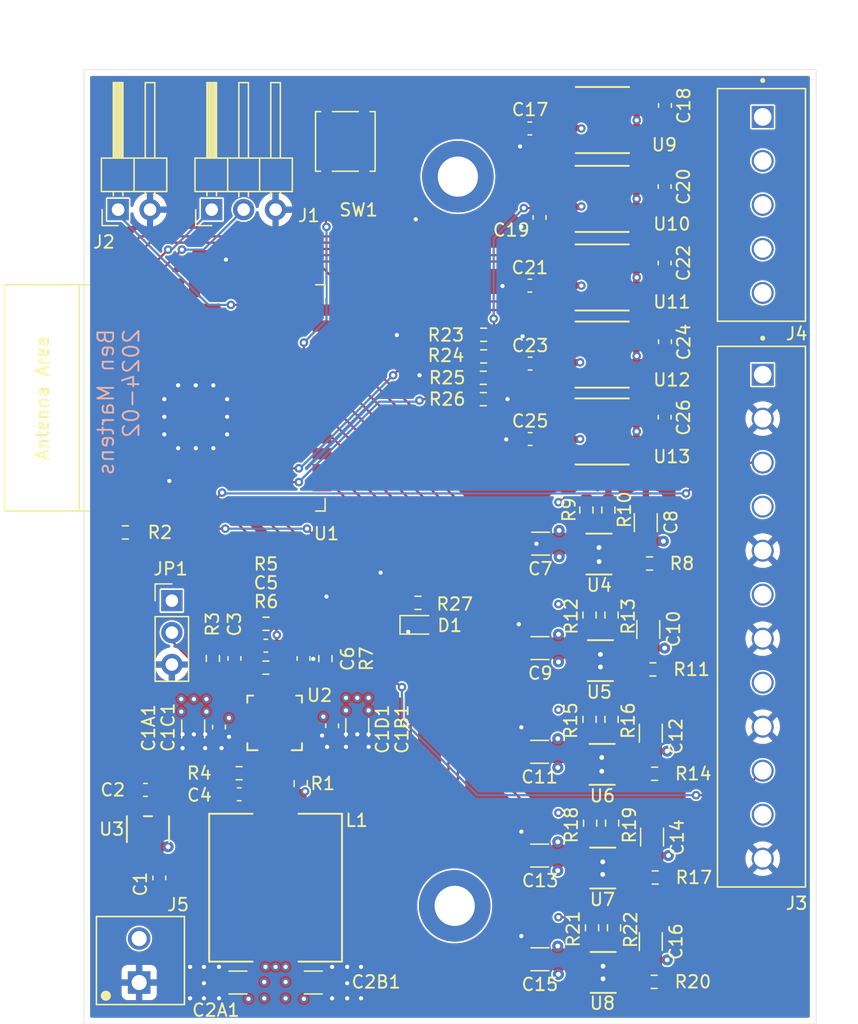
<source format=kicad_pcb>
(kicad_pcb (version 20221018) (generator pcbnew)
  (title_block (title "Control Module") (date "2024-02-06") (company "J2B") (comment 1 "Author: Ben Martens"))
  (layers (0 "F.Cu" signal "Front") (1 "In1.Cu" power) (2 "In2.Cu" power) (31 "B.Cu" signal "Back") (34 "B.Paste" user) (35 "F.Paste" user) (36 "B.SilkS" user "B.Silkscreen") (37 "F.SilkS" user "F.Silkscreen") (38 "B.Mask" user) (39 "F.Mask" user) (44 "Edge.Cuts" user))
  (net 0 "")
  (net 1 "/5V")
  (net 2 "GND")
  (net 3 "+BATT")
  (net 4 "/3V3")
  (net 5 "Net-(U2-SS)")
  (net 6 "Net-(C4-Pad1)")
  (net 7 "Net-(C4-Pad2)")
  (net 8 "Net-(U2-FB)")
  (net 9 "/Power Supply/VCC")
  (net 10 "/HEAD_UNIT_PWR")
  (net 11 "/L_BLIND_SPOT_PWR")
  (net 12 "/R_BLIND_SPOT_PWR")
  (net 13 "/DASH_CAM_PWR")
  (net 14 "/BACKUP_CAM_PWR")
  (net 15 "/IGNITION1")
  (net 16 "/ACCESSORY1")
  (net 17 "/IGNITION2")
  (net 18 "/ACCESSORY2")
  (net 19 "/STARTER")
  (net 20 "/TX")
  (net 21 "/RX")
  (net 22 "/BOOT")
  (net 23 "/HEAD_UNIT_SHUTDOWN")
  (net 24 "/DASH_CAM_SHUTDOWN")
  (net 25 "Net-(JP1-C)")
  (net 26 "Net-(U2-EN)")
  (net 27 "/HEAD_UNIT_ERR")
  (net 28 "Net-(U2-FREQ)")
  (net 29 "Net-(U2-BST)")
  (net 30 "/Power Supply/PG")
  (net 31 "Net-(U4-ILIMIT)")
  (net 32 "Net-(U5-ILIMIT)")
  (net 33 "/L_BLIND_SPOT_ERR")
  (net 34 "Net-(U6-ILIMIT)")
  (net 35 "/R_BLIND_SPOT_ERR")
  (net 36 "Net-(U7-ILIMIT)")
  (net 37 "/DASH_CAM_ERR")
  (net 38 "/EN")
  (net 39 "Net-(U8-ILIMIT)")
  (net 40 "/BACK_UP_CAM_ERR")
  (net 41 "/ACCESSORY1_EN")
  (net 42 "/IGNITION2_EN")
  (net 43 "/ACCESSORY2_EN")
  (net 44 "/HEAD_UNIT_EN")
  (net 47 "/IGNITION1_EN")
  (net 48 "/ACCESSORY1_ERR")
  (net 49 "/L_BLIND_SPOT_EN")
  (net 50 "/R_BLIND_SPOT_EN")
  (net 51 "/DASH_CAM_EN")
  (net 52 "/BACKUP_CAM_EN")
  (net 53 "/IGNITION2_ERR")
  (net 54 "/ACCESSORY2_ERR")
  (net 55 "/IGNITION1_ERR")
  (net 56 "/STARTER_ERR")
  (net 63 "/STARTER_EN")
  (net 65 "Net-(D1-A)")
  (net 67 "Net-(U1-GPIO6{slash}TOUCH6{slash}ADC1_CH5)")
  (net 68 "Net-(U1-GPIO7{slash}TOUCH7{slash}ADC1_CH6)")
  (net 69 "Net-(U1-GPIO5{slash}TOUCH5{slash}ADC1_CH4)")
  (footprint "Capacitor_SMD:C_0603_1608Metric" (layer "F.Cu") (at 154.360662 113.629416 180)
    (fp_text reference "C4")
    (fp_text value "0.22u")
  )
  (footprint "Resistor_SMD:R_0603_1608Metric" (layer "F.Cu") (at 152.263009 102.821135 90)
    (fp_text reference "R3")
    (fp_text value "62K")
  )
  (footprint "Resistor_SMD:R_0603_1608Metric" (layer "F.Cu") (at 156.482159 103.55386)
    (fp_text reference "R6")
    (fp_text value "19.1K")
  )
  (footprint "Resistor_SMD:R_0603_1608Metric" (layer "F.Cu") (at 173.8 78.8)
    (fp_text reference "R24")
    (fp_text value "33k")
  )
  (footprint "ITS4200SSJDXUMA1:PG-DSO-8-24_INF" (layer "F.Cu") (at 183.22415 84.77)
    (fp_text reference "U13")
    (fp_text value "ITS4200SSJDXUMA1" hide)
  )
  (footprint "Resistor_SMD:R_0603_1608Metric" (layer "F.Cu") (at 182.22415 107.670001 -90)
    (fp_text reference "R15")
    (fp_text value "10k")
  )
  (footprint "Capacitor_SMD:C_1206_3216Metric" (layer "F.Cu") (at 178.334999 93.69 180)
    (fp_text reference "C7")
    (fp_text value "47u")
  )
  (footprint "ITS4200SSJDXUMA1:PG-DSO-8-24_INF" (layer "F.Cu") (at 183.22415 72.52)
    (fp_text reference "U11")
    (fp_text value "ITS4200SSJDXUMA1" hide)
  )
  (footprint "Capacitor_SMD:C_0603_1608Metric" (layer "F.Cu") (at 177.47415 60.67)
    (fp_text reference "C17")
    (fp_text value "1n")
  )
  (footprint "LED_SMD:LED_0603_1608Metric" (layer "F.Cu") (at 168.635 100.15)
    (fp_text reference "D1")
    (fp_text value "LED")
  )
  (footprint "Resistor_SMD:R_0603_1608Metric" (layer "F.Cu") (at 187.36865 128.545002)
    (fp_text reference "R20")
    (fp_text value "287")
  )
  (footprint "1776275-5:TE_1776275-5" (layer "F.Cu") (at 196 59.75 -90)
    (fp_text reference "J4")
    (fp_text value "Ignition Outputs")
  )
  (footprint "Capacitor_SMD:C_1206_3216Metric" (layer "F.Cu") (at 178.25 110.25 180)
    (fp_text reference "C11")
    (fp_text value "47u")
  )
  (footprint "RT9080_33GJ5:TSOT-23-5_RIT" (layer "F.Cu") (at 147.1 116.4 90)
    (fp_text reference "U3")
    (fp_text value "RT9080-33GJ5")
  )
  (footprint "Capacitor_SMD:C_0603_1608Metric" (layer "F.Cu") (at 188.1983 65.295 90)
    (fp_text reference "C20")
    (fp_text value "220n")
  )
  (footprint "PA4342_472NLT:IND_PA4342_PUL" (layer "F.Cu") (at 157.25 121.0553 90)
    (fp_text reference "L1")
    (fp_text value "4.7u")
  )
  (footprint "Resistor_SMD:R_0603_1608Metric" (layer "F.Cu") (at 159.25 112.774689 -90)
    (fp_text reference "R1")
    (fp_text value "100k")
  )
  (footprint "Resistor_SMD:R_0603_1608Metric" (layer "F.Cu") (at 182.22415 99.370001 -90)
    (fp_text reference "R12")
    (fp_text value "10k")
  )
  (footprint "Resistor_SMD:R_0603_1608Metric" (layer "F.Cu") (at 184.17415 124.245001 90)
    (fp_text reference "R22")
    (fp_text value "18k")
  )
  (footprint "Capacitor_SMD:C_0603_1608Metric" (layer "F.Cu") (at 178.25 67.75 90)
    (fp_text reference "C19")
    (fp_text value "1n")
  )
  (footprint "Resistor_SMD:R_0603_1608Metric" (layer "F.Cu") (at 154.352131 111.949563)
    (fp_text reference "R4")
    (fp_text value "0")
  )
  (footprint "Resistor_SMD:R_0603_1608Metric" (layer "F.Cu") (at 183.97415 107.670001 90)
    (fp_text reference "R16")
    (fp_text value "18k")
  )
  (footprint "Resistor_SMD:R_0603_1608Metric" (layer "F.Cu") (at 156.488994 100.065209 180)
    (fp_text reference "R5")
    (fp_text value "100K")
  )
  (footprint "Resistor_SMD:R_0603_1608Metric" (layer "F.Cu") (at 181.975 91.02 -90)
    (fp_text reference "R9")
    (fp_text value "10k")
  )
  (footprint "Capacitor_SMD:C_0603_1608Metric" (layer "F.Cu") (at 153.978133 102.824689 90)
    (fp_text reference "C3")
    (fp_text value "10n")
  )
  (footprint "Capacitor_SMD:C_1206_3216Metric" (layer "F.Cu") (at 160.253133 128.599689)
    (fp_text reference "C2B1")
    (fp_text value "47u")
  )
  (footprint "Resistor_SMD:R_0603_1608Metric" (layer "F.Cu") (at 187 95.27)
    (fp_text reference "R8")
    (fp_text value "145")
  )
  (footprint "Capacitor_SMD:C_0603_1608Metric" (layer "F.Cu") (at 146.9 113.27795)
    (fp_text reference "C2")
    (fp_text value "3.3u")
  )
  (footprint "Resistor_SMD:R_0603_1608Metric" (layer "F.Cu") (at 173.8 77.075 180)
    (fp_text reference "R23")
    (fp_text value "100k")
  )
  (footprint "Connector_PinHeader_2.54mm:PinHeader_1x02_P2.54mm_Horizontal" (layer "F.Cu") (at 144.725 67.125 90)
    (fp_text reference "J2")
    (fp_text value "Programming Jumper")
  )
  (footprint "Resistor_SMD:R_0603_1608Metric" (layer "F.Cu") (at 187.44915 120.245001)
    (fp_text reference "R17")
    (fp_text value "287")
  )
  (footprint "Capacitor_SMD:C_1206_3216Metric" (layer "F.Cu") (at 187.1 108.770001 90)
    (fp_text reference "C12")
    (fp_text value "100u")
  )
  (footprint "Resistor_SMD:R_0603_1608Metric" (layer "F.Cu") (at 145.3 92.8)
    (fp_text reference "R2")
    (fp_text value "10k")
  )
  (footprint "1776275-2:TE_1776275-2" (layer "F.Cu") (at 146.4 128.6 90)
    (fp_text reference "J5")
    (fp_text value "Power Input")
  )
  (footprint "MIC2039BYM6_TR:SOT-23-6_M6_MCH" (layer "F.Cu") (at 183.3089 127.795002)
    (fp_text reference "U8")
    (fp_text value "MIC2039BYM6-TR" hide)
  )
  (footprint "Capacitor_SMD:C_0603_1608Metric" (layer "F.Cu") (at 177.47415 73.17)
    (fp_text reference "C21")
    (fp_text value "1n")
  )
  (footprint "Capacitor_SMD:C_0603_1608Metric" (layer "F.Cu") (at 188.22415 58.84 90)
    (fp_text reference "C18")
    (fp_text value "220n")
  )
  (footprint "MPQ4436GRE-AEC1-Z:QFN-4x4_MPQ4436-AEC1_MNP" (layer "F.Cu") (at 157.177131 107.949563)
    (fp_text reference "U2")
    (fp_text value "MPQ4436GRE-AEC1-P" hide)
  )
  (footprint "Capacitor_SMD:C_1206_3216Metric" (layer "F.Cu") (at 163.75 108.3303 -90)
    (fp_text reference "C1B1")
    (fp_text value "10u")
  )
  (footprint "Capacitor_SMD:C_0603_1608Metric" (layer "F.Cu") (at 159.478133 102.824689 90)
    (fp_text reference "C6")
    (fp_text value "4.7u")
  )
  (footprint "Capacitor_SMD:C_0603_1608Metric" (layer "F.Cu") (at 188.1983 83.63 90)
    (fp_text reference "C26")
    (fp_text value "220n")
  )
  (footprint "MIC2039BYM6_TR:SOT-23-6_M6_MCH" (layer "F.Cu") (at 183.0894 102.995001)
    (fp_text reference "U5")
    (fp_text value "MIC2039BYM6-TR" hide)
  )
  (footprint "ITS4200SSJDXUMA1:PG-DSO-8-24_INF" (layer "F.Cu") (at 183.22415 78.655)
    (fp_text reference "U12")
    (fp_text value "ITS4200SSJDXUMA1" hide)
  )
  (footprint "Button_Switch_SMD:SW_SPST_TL3305B" (layer "F.Cu") (at 162.8 61.7 -90)
    (fp_text reference "SW1")
    (fp_text value "EN")
  )
  (footprint "MIC2039BYM6_TR:SOT-23-6_M6_MCH" (layer "F.Cu") (at 183.27415 119.495001)
    (fp_text reference "U7")
    (fp_text value "MIC2039BYM6-TR" hide)
  )
  (footprint "Capacitor_SMD:C_1206_3216Metric" (layer "F.Cu") (at 154.253133 128.599689 180)
    (fp_text reference "C2A1")
    (fp_text value "47u")
  )
  (footprint "Capacitor_SMD:C_0603_1608Metric" (layer "F.Cu") (at 161.75 108.180426 -90)
    (fp_text reference "C1D1")
    (fp_text value "0.1u")
  )
  (footprint "Capacitor_SMD:C_1206_3216Metric" (layer "F.Cu") (at 178.28 102 180)
    (fp_text reference "C9")
    (fp_text value "47u")
  )
  (footprint "Capacitor_SMD:C_0603_1608Metric" (layer "F.Cu") (at 177.49915 79.37)
    (fp_text reference "C23")
    (fp_text value "1n")
  )
  (footprint "Capacitor_SMD:C_0603_1608Metric" (layer "F.Cu") (at 188.22415 77.63 90)
    (fp_text reference "C24")
    (fp_text value "220n")
  )
  (footprint "Capacitor_SMD:C_1206_3216Metric" (layer "F.Cu") (at 187.2 117.025 90)
    (fp_text reference "C14")
    (fp_text value "100u")
  )
  (footprint "Capacitor_SMD:C_1206_3216Metric" (layer "F.Cu") (at 186.7 92.020001 90)
    (fp_text reference "C8")
    (fp_text value "100u")
  )
  (footprint "ITS4200SSJDXUMA1:PG-DSO-8-24_INF" (layer "F.Cu") (at 183.22415 66.27)
    (fp_text reference "U10")
    (fp_text value "ITS4200SSJDXUMA1" hide)
  )
  (footprint "Resistor_SMD:R_0603_1608Metric" (layer "F.Cu") (at 161.215733 102.837244 90)
    (fp_text reference "R7")
    (fp_text value "100K")
  )
  (footprint "Connector_PinHeader_2.54mm:PinHeader_1x03_P2.54mm_Horizontal" (layer "F.Cu") (at 152.17 67.125 90)
    (fp_text reference "J1")
    (fp_text value "Programming Header")
  )
  (footprint "MIC2039BYM6_TR:SOT-23-6_M6_MCH" (layer "F.Cu") (at 182.975 94.52)
    (fp_text reference "U4")
    (fp_text value "MIC2039BYM6-TR" hide)
  )
  (footprint "1-1776275-2:TE_1-1776275-2" (layer "F.Cu") (at 196 80.25 -90)
    (fp_text reference "J3")
    (fp_text value "Power Outputs")
  )
  (footprint "Resistor_SMD:R_0603_1608Metric" (layer "F.Cu") (at 173.775 82.2)
    (fp_text reference "R26")
    (fp_text value "33k")
  )
  (footprint "Resistor_SMD:R_0603_1608Metric" (layer "F.Cu") (at 173.775 80.5 180)
    (fp_text reference "R25")
    (fp_text value "100k")
  )
  (footprint "Capacitor_SMD:C_0603_1608Metric" (layer "F.Cu") (at 156.475 101.8053 180)
    (fp_text reference "C5")
    (fp_text value "47p")
  )
  (footprint "Resistor_SMD:R_0603_1608Metric" (layer "F.Cu") (at 182.42415 124.245001 -90)
    (fp_text reference "R21")
    (fp_text value "10k")
  )
  (footprint "Capacitor_SMD:C_0603_1608Metric" (layer "F.Cu") (at 148 120.275 -90)
    (fp_text reference "C1")
    (fp_text value "1u")
  )
  (footprint "Resistor_SMD:R_0603_1608Metric" (layer "F.Cu") (at 168.575 98.4)
    (fp_text reference "R27")
    (fp_text value "220")
  )
  (footprint "PCM_Espressif:ESP32-S3-WROOM-1" (layer "F.Cu") (at 151.44 82.1 90)
    (fp_text reference "U1")
    (fp_text value "ESP32-S3-WROOM-1")
  )
  (footprint "Capacitor_SMD:C_0603_1608Metric" (layer "F.Cu") (at 152.75 108.2803 -90)
    (fp_text reference "C1C1")
    (fp_text value "0.1u")
  )
  (footprint "Resistor_SMD:R_0603_1608Metric" (layer "F.Cu") (at 182.27415 115.920001 -90)
    (fp_text reference "R18")
    (fp_text value "10k")
  )
  (footprint "MountingHole:MountingHole_3.2mm_M3_ISO7380_Pad_TopBottom" (layer "F.Cu") (at 171.5 122.5)
    (fp_text reference "REF**" hide)
    (fp_text value "MountingHole_3.2mm_M3_ISO7380_Pad_TopBottom" hide)
  )
  (footprint "Resistor_SMD:R_0603_1608Metric" (layer "F.Cu") (at 183.725 91.02 90)
    (fp_text reference "R10")
    (fp_text value "18k")
  )
  (footprint "Capacitor_SMD:C_0603_1608Metric" (layer "F.Cu") (at 177.49915 85.37)
    (fp_text reference "C25")
    (fp_text value "1n")
  )
  (footprint "Capacitor_SMD:C_0603_1608Metric" (layer "F.Cu") (at 188.1983 71.37 90)
    (fp_text reference "C22")
    (fp_text value "220n")
  )
  (footprint "Resistor_SMD:R_0603_1608Metric" (layer "F.Cu") (at 184.02415 115.920001 90)
    (fp_text reference "R19")
    (fp_text value "18k")
  )
  (footprint "ITS4200SSJDXUMA1:PG-DSO-8-24_INF" (layer "F.Cu") (at 183.25 60)
    (fp_text reference "U9")
    (fp_text value "ITS4200SSJDXUMA1" hide)
  )
  (footprint "MountingHole:MountingHole_3.2mm_M3_ISO7380_Pad_TopBottom" (layer "F.Cu") (at 171.75 64.5)
    (fp_text reference "REF**" hide)
    (fp_text value "MountingHole_3.2mm_M3_ISO7380_Pad_TopBottom" hide)
  )
  (footprint "Capacitor_SMD:C_1206_3216Metric" (layer "F.Cu") (at 178.275 126.75 180)
    (fp_text reference "C15")
    (fp_text value "47u")
  )
  (footprint "Resistor_SMD:R_0603_1608Metric" (layer "F.Cu") (at 187.39915 111.995001)
    (fp_text reference "R14")
    (fp_text value "287")
  )
  (footprint "Capacitor_SMD:C_1206_3216Metric" (layer "F.Cu") (at 178.25 118.5 180)
    (fp_text reference "C13")
    (fp_text value "47u")
  )
  (footprint "MIC2039BYM6_TR:SOT-23-6_M6_MCH" (layer "F.Cu") (at 183.22415 111.245001)
    (fp_text reference "U6")
    (fp_text value "MIC2039BYM6-TR" hide)
  )
  (footprint "Capacitor_SMD:C_1206_3216Metric" (layer "F.Cu") (at 187.1 125.345001 90)
    (fp_text reference "C16")
    (fp_text value "100u")
  )
  (footprint "Resistor_SMD:R_0603_1608Metric" (layer "F.Cu") (at 183.97415 99.370001 90)
    (fp_text reference "R13")
    (fp_text value "18k")
  )
  (footprint "Capacitor_SMD:C_1206_3216Metric" (layer "F.Cu") (at 150.698998 108.430174 -90)
    (fp_text reference "C1A1")
    (fp_text value "10u")
  )
  (footprint "Capacitor_SMD:C_1206_3216Metric" (layer "F.Cu") (at 186.9 100.525 90)
    (fp_text reference "C10")
    (fp_text value "100u")
  )
  (footprint "Connector_PinHeader_2.54mm:PinHeader_1x03_P2.54mm_Vertical" (layer "F.Cu") (at 149 98.2253)
    (fp_text reference "JP1")
    (fp_text value "~")
  )
  (footprint "Resistor_SMD:R_0603_1608Metric" (layer "F.Cu") (at 187.2644 103.695001)
    (fp_text reference "R11")
    (fp_text value "287")
  )
  (gr_rect (start 142 56) (end 200.25 131.9) (stroke (width 0.0381)) (fill none) (layer "Edge.Cuts"))
  (gr_text "Ben Martens\n2024-02" (at 146.5 76.5 90) (layer "B.SilkS") (effects (font (size 1.25 1.25) (thickness 0.1524) bold) (justify left bottom mirror)))
  (segment (start 157.313994 100.919294) (end 157.35 100.9553) (width 0.1778) (layer "F.Cu") (net 1))
  (segment (start 181.8589 110.295) (end 179.77 110.295) (width 0.508) (layer "F.Cu") (net 1))
  (segment (start 179.725 111.475) (end 179.725 110.25) (width 0.508) (layer "F.Cu") (net 1))
  (segment (start 179.955 90.195) (end 179.75 90.4) (width 0.1778) (layer "F.Cu") (net 1))
  (segment (start 179.77 110.295) (end 179.725 110.25) (width 0.508) (layer "F.Cu") (net 1))
  (segment (start 181.9089 118.545) (end 179.77 118.545) (width 0.508) (layer "F.Cu") (net 1))
  (segment (start 182.22415 106.845001) (end 179.804999 106.845001) (width 0.1778) (layer "F.Cu") (net 1))
  (segment (start 179.75 125.75) (end 179.7 125.7) (width 0.508) (layer "F.Cu") (net 1))
  (segment (start 179.725 109.225) (end 179.7 109.2) (width 0.508) (layer "F.Cu") (net 1))
  (segment (start 179.77 118.545) (end 179.725 118.5) (width 0.508) (layer "F.Cu") (net 1))
  (segment (start 157.313994 101.741306) (end 157.25 101.8053) (width 0.1778) (layer "F.Cu") (net 1))
  (segment (start 181.975 90.195) (end 179.955 90.195) (width 0.1778) (layer "F.Cu") (net 1))
  (segment (start 181.60975 93.569999) (end 179.93 93.569999) (width 0.508) (layer "F.Cu") (net 1))
  (segment (start 179.809999 93.69) (end 179.809999 92.64085) (width 0.508) (layer "F.Cu") (net 1))
  (segment (start 181.72415 102.045) (end 179.8 102.045) (width 0.508) (layer "F.Cu") (net 1))
  (segment (start 181.94365 126.845001) (end 179.845001 126.845001) (width 0.508) (layer "F.Cu") (net 1))
  (segment (start 182.27415 115.095001) (end 179.754999 115.095001) (width 0.1778) (layer "F.Cu") (net 1))
  (segment (start 181.858901 118.495001) (end 181.9089 118.545) (width 0.508) (layer "F.Cu") (net 1))
  (segment (start 148.67795 117.77795) (end 148.7 117.8) (width 0.762) (layer "F.Cu") (net 1))
  (segment (start 179.725 117.429901) (end 179.7 117.404901) (width 0.508) (layer "F.Cu") (net 1))
  (segment (start 179.809999 94.73915) (end 179.809149 94.74) (width 0.508) (layer "F.Cu") (net 1))
  (segment (start 182.22415 98.545001) (end 179.795001 98.545001) (width 0.1778) (layer "F.Cu") (net 1))
  (segment (start 179.725 119.675) (end 179.7 119.7) (width 0.508) (layer "F.Cu") (net 1))
  (segment (start 179.795001 98.545001) (end 179.75 98.5) (width 0.1778) (layer "F.Cu") (net 1))
  (segment (start 179.754999 115.095001) (end 179.75 115.1) (width 0.1778) (layer "F.Cu") (net 1))
  (segment (start 179.7 111.5) (end 179.725 111.475) (width 0.508) (layer "F.Cu") (net 1))
  (segment (start 157.35 100.9553) (end 157.313994 100.991306) (width 0.1778) (layer "F.Cu") (net 1))
  (segment (start 182.42415 123.420001) (end 179.770001 123.420001) (width 0.1778) (layer "F.Cu") (net 1))
  (segment (start 179.755 102) (end 179.755 100.9) (width 0.508) (layer "F.Cu") (net 1))
  (segment (start 181.584751 93.545) (end 181.60975 93.569999) (width 0.508) (layer "F.Cu") (net 1))
  (segment (start 179.809999 92.64085) (end 179.809149 92.64) (width 0.508) (layer "F.Cu") (net 1))
  (segment (start 179.99 93.509999) (end 179.809999 93.69) (width 0.508) (layer "F.Cu") (net 1))
  (segment (start 179.804999 106.845001) (end 179.75 106.9) (width 0.1778) (layer "F.Cu") (net 1))
  (segment (start 148.0398 117.77795) (end 148.0398 119.4602) (width 0.254) (layer "F.Cu") (net 1))
  (segment (start 179.845001 126.845001) (end 179.75 126.75) (width 0.508) (layer "F.Cu") (net 1))
  (segment (start 148 119.5) (end 147.25 119.5) (width 0.254) (layer "F.Cu") (net 1))
  (segment (start 179.725 118.5) (end 179.725 117.429901) (width 0.508) (layer "F.Cu") (net 1))
  (segment (start 146.1602 117.77795) (end 146.1602 117.5811) (width 0.254) (layer "F.Cu") (net 1))
  (segment (start 148.0398 117.77795) (end 148.67795 117.77795) (width 0.762) (layer "F.Cu") (net 1))
  (segment (start 179.75 126.75) (end 179.75 125.75) (width 0.508) (layer "F.Cu") (net 1))
  (segment (start 157.313994 100.991306) (end 157.313994 101.741306) (width 0.1778) (layer "F.Cu") (net 1))
  (segment (start 148.0148 117.80295) (end 148.0398 117.77795) (width 0.254) (layer "F.Cu") (net 1))
  (segment (start 179.725 110.25) (end 179.725 109.225) (width 0.508) (layer "F.Cu") (net 1))
  (segment (start 179.8 102.045) (end 179.755 102) (width 0.508) (layer "F.Cu") (net 1))
  (segment (start 148.0398 119.4602) (end 148 119.5) (width 0.254) (layer "F.Cu") (net 1))
  (segment (start 179.755 102) (end 179.755 103.1) (width 0.508) (layer "F.Cu") (net 1))
  (segment (start 179.93 93.569999) (end 179.809999 93.69) (width 0.508) (layer "F.Cu") (net 1))
  (segment (start 179.809999 93.69) (end 179.809999 94.73915) (width 0.508) (layer "F.Cu") (net 1))
  (segment (start 179.725 118.5) (end 179.725 119.675) (width 0.508) (layer "F.Cu") (net 1))
  (segment (start 147.25 119.5) (end 146.1602 118.4102) (width 0.254) (layer "F.Cu") (net 1))
  (segment (start 157.313994 100.065209) (end 157.313994 100.919294) (width 0.1778) (layer "F.Cu") (net 1))
  (segment (start 148.0398 117.5811) (end 148.0398 117.77795) (width 0.254) (layer "F.Cu") (net 1))
  (segment (start 179.75 127.95) (end 179.75 126.75) (width 0.508) (layer "F.Cu") (net 1))
  (segment (start 146.1602 118.4102) (end 146.1602 117.77795) (width 0.254) (layer "F.Cu") (net 1))
  (segment (start 181.808901 110.245001) (end 181.8589 110.295) (width 0.508) (layer "F.Cu") (net 1))
  (segment (start 179.770001 123.420001) (end 179.75 123.4) (width 0.1778) (layer "F.Cu") (net 1))
  (via (at 179.75 98.5) (size 0.6858) (drill 0.3302) (layers "F.Cu" "B.Cu") (net 1))
  (via (at 158.05 129.8553) (size 0.6858) (drill 0.3302) (layers "F.Cu" "B.Cu") (net 1))
  (via (at 179.75 123.4) (size 0.6858) (drill 0.3302) (layers "F.Cu" "B.Cu") (net 1))
  (via (at 156.35 129.8553) (size 0.6858) (drill 0.3302) (layers "F.Cu" "B.Cu") (net 1))
  (via (at 179.755 100.9) (size 0.889) (drill 0.381) (layers "F.Cu" "B.Cu") (net 1))
  (via (at 158.05 127.3553) (size 0.6858) (drill 0.3302) (layers "F.Cu" "B.Cu") (net 1))
  (via (at 156.45 127.3553) (size 0.6858) (drill 0.3302) (layers "F.Cu" "B.Cu") (net 1))
  (via (at 179.75 106.9) (size 0.6858) (drill 0.3302) (layers "F.Cu" "B.Cu") (net 1))
  (via (at 179.75 127.95) (size 0.889) (drill 0.381) (layers "F.Cu" "B.Cu") (net 1))
  (via (at 156.35 128.5553) (size 0.6858) (drill 0.3302) (layers "F.Cu" "B.Cu") (net 1))
  (via (at 179.809149 94.74) (size 0.889) (drill 0.381) (layers "F.Cu" "B.Cu") (net 1))
  (via (at 179.7 111.5) (size 0.889) (drill 0.381) (layers "F.Cu" "B.Cu") (net 1))
  (via (at 179.7 109.2) (size 0.889) (drill 0.381) (layers "F.Cu" "B.Cu") (net 1))
  (via (at 157.35 100.9553) (size 0.6858) (drill 0.3302) (layers "F.Cu" "B.Cu") (net 1))
  (via (at 179.809149 92.64) (size 0.889) (drill 0.381) (layers "F.Cu" "B.Cu") (net 1))
  (via (at 179.75 115.1) (size 0.6858) (drill 0.3302) (layers "F.Cu" "B.Cu") (net 1))
  (via (at 179.7 119.7) (size 0.889) (drill 0.381) (layers "F.Cu" "B.Cu") (net 1))
  (via (at 179.755 103.1) (size 0.889) (drill 0.381) (layers "F.Cu" "B.Cu") (net 1))
  (via (at 179.7 117.404901) (size 0.889) (drill 0.381) (layers "F.Cu" "B.Cu") (net 1))
  (via (at 157.25 127.3553) (size 0.6858) (drill 0.3302) (layers "F.Cu" "B.Cu") (net 1))
  (via (at 158.05 128.5553) (size 0.6858) (drill 0.3302) (layers "F.Cu" "B.Cu") (net 1))
  (via (at 179.7 125.7) (size 0.889) (drill 0.381) (layers "F.Cu" "B.Cu") (net 1))
  (via (at 148.7 117.8) (size 0.889) (drill 0.381) (layers "F.Cu" "B.Cu") (net 1))
  (via (at 155.1 129.9) (size 0.6858) (drill 0.3302) (layers "F.Cu" "B.Cu") (net 1))
  (via (at 159.5 129.9) (size 0.6858) (drill 0.3302) (layers "F.Cu" "B.Cu") (net 1))
  (via (at 179.75 90.4) (size 0.6858) (drill 0.3302) (layers "F.Cu" "B.Cu") (net 1))
  (segment (start 181.9089 119.495001) (end 182.779649 119.495001) (width 0.508) (layer "F.Cu") (net 2))
  (segment (start 182.654999 111.245001) (end 183.2 110.7) (width 0.508) (layer "F.Cu") (net 2))
  (segment (start 157.427194 103.673895) (end 157.307159 103.55386) (width 0.1778) (layer "F.Cu") (net 2))
  (segment (start 183.089973 103.490075) (end 183.089973 103.50015) (width 0.508) (layer "F.Cu") (net 2))
  (segment (start 183.274727 120.000386) (end 183.274727 119.990079) (width 0.508) (layer "F.Cu") (net 2))
  (segment (start 182.38 94.52) (end 182.9 94) (width 0.508) (layer "F.Cu") (net 2))
  (segment (start 157.427194 106.532962) (end 157.427194 105.999562) (width 0.1778) (layer "F.Cu") (net 2))
  (segment (start 156.660719 107.299437) (end 157.427194 106.532962) (width 0.1778) (layer "F.Cu") (net 2))
  (segment (start 181.60975 94.52) (end 182.38 94.52) (width 0.508) (layer "F.Cu") (net 2))
  (segment (start 182.594899 102.995001) (end 183.0899 102.5) (width 0.508) (layer "F.Cu") (net 2))
  (segment (start 181.8589 111.245001) (end 182.654999 111.245001) (width 0.508) (layer "F.Cu") (net 2))
  (segment (start 182.804998 127.804998) (end 183.3 128.3) (width 0.508) (layer "F.Cu") (net 2))
  (segment (start 182.804998 127.795002) (end 182.804998 127.804998) (width 0.508) (layer "F.Cu") (net 2))
  (segment (start 155.423129 107.299437) (end 156.660719 107.299437) (width 0.1778) (layer "F.Cu") (net 2))
  (segment (start 183.2 111.790002) (end 183.2 111.8) (width 0.508) (layer "F.Cu") (net 2))
  (segment (start 182.983605 95.118414) (end 182.978414 95.118414) (width 0.508) (layer "F.Cu") (net 2))
  (segment (start 181.94365 127.795002) (end 182.804998 127.795002) (width 0.508) (layer "F.Cu") (net 2))
  (segment (start 157.427194 105.999562) (end 157.427194 103.673895) (width 0.1778) (layer "F.Cu") (net 2))
  (segment (start 182.804998 127.795002) (end 183.3 127.3) (width 0.508) (layer "F.Cu") (net 2))
  (segment (start 182.9 94) (end 182.9755 94) (width 0.508) (layer "F.Cu") (net 2))
  (segment (start 182.654999 111.245001) (end 183.2 111.790002) (width 0.508) (layer "F.Cu") (net 2))
  (segment (start 183.274727 119.990079) (end 182.779649 119.495001) (width 0.508) (layer "F.Cu") (net 2))
  (segment (start 181.72415 102.995001) (end 182.594899 102.995001) (width 0.508) (layer "F.Cu") (net 2))
  (segment (start 182.779649 119.495001) (end 183.27465 119) (width 0.508) (layer "F.Cu") (net 2))
  (segment (start 182.978414 95.118414) (end 182.38 94.52) (width 0.508) (layer "F.Cu") (net 2))
  (segment (start 182.594899 102.995001) (end 183.089973 103.490075) (width 0.508) (layer "F.Cu") (net 2))
  (via (at 183.27465 119) (size 0.889) (drill 0.381) (layers "F.Cu" "B.Cu") (net 2))
  (via (at 168.4 67.9) (size 0.6858) (drill 0.3302) (layers "F.Cu" "B.Cu") (net 2))
  (via (at 175.7 82.2) (size 0.6858) (drill 0.3302) (layers "F.Cu" "B.Cu") (net 2))
  (via (at 151.55 127.3553) (size 0.6858) (drill 0.3302) (layers "F.Cu" "B.Cu") (net 2))
  (via (at 183.2 111.8) (size 0.889) (drill 0.381) (layers "F.Cu" "B.Cu") (net 2))
  (via (at 176.8 108.3) (size 0.6858) (drill 0.3302) (layers "F.Cu" "B.Cu") (net 2))
  (via (at 176.8 116.6) (size 0.6858) (drill 0.3302) (layers "F.Cu" "B.Cu") (net 2))
  (via (at 153.55 109.0553) (size 0.6858) (drill 0.3302) (layers "F.Cu" "B.Cu") (net 2))
  (via (at 175.6 85.4) (size 0.6858) (drill 0.3302) (layers "F.Cu" "B.Cu") (net 2))
  (via (at 162.85 109.8553) (size 0.6858) (drill 0.3302) (layers "F.Cu" "B.Cu") (net 2))
  (via (at 183.089973 103.50015) (size 0.889) (drill 0.381) (layers "F.Cu" "B.Cu") (net 2))
  (via (at 164.05 129.8553) (size 0.6858) (drill 0.3302) (layers "F.Cu" "B.Cu") (net 2))
  (via (at 183.2 110.7) (size 0.889) (drill 0.381) (layers "F.Cu" "B.Cu") (net 2))
  (via (at 164.65 109.8553) (size 0.6858) (drill 0.3302) (layers "F.Cu" "B.Cu") (net 2))
  (via (at 183.3 127.3) (size 0.889) (drill 0.381) (layers "F.Cu" "B.Cu") (net 2))
  (via (at 152.95 109.9553) (size 0.6858) (drill 0.3302) (layers "F.Cu" "B.Cu") (net 2))
  (via (at 176.8 124.9) (size 0.6858) (drill 0.3302) (layers "F.Cu" "B.Cu") (net 2))
  (via (at 176.9 77.2) (size 0.6858) (drill 0.3302) (layers "F.Cu" "B.Cu") (net 2))
  (via (at 162.95 127.3553) (size 0.6858) (drill 0.3302) (layers "F.Cu" "B.Cu") (net 2))
  (via (at 160.95 108.9553) (size 0.6858) (drill 0.3302) (layers "F.Cu" "B.Cu") (net 2))
  (via (at 153.4 85) (size 0.6858) (drill 0.3302) (layers "F.Cu" "B.Cu") (net 2))
  (via (at 149.85 109.9553) (size 0.6858) (drill 0.3302) (layers "F.Cu" "B.Cu") (net 2))
  (via (at 150.9 86.1) (size 0.6858) (drill 0.3302) (layers "F.Cu" "B.Cu") (net 2))
  (via (at 165.6 96) (size 0.6858) (drill 0.3302) (layers "F.Cu" "B.Cu") (net 2))
  (via (at 183.0899 102.5) (size 0.889) (drill 0.381) (layers "F.Cu" "B.Cu") (net 2))
  (via (at 149.85 108.8553) (size 0.6858) (drill 0.3302) (layers "F.Cu" "B.Cu") (net 2))
  (via (at 149.5 86.1) (size 0.6858) (drill 0.3302) (layers "F.Cu" "B.Cu") (net 2))
  (via (at 152.3 81.1) (size 0.6858) (drill 0.3302) (layers "F.Cu" "B.Cu") (net 2))
  (via (at 152.3 86.1) (size 0.6858) (drill 0.3302) (layers "F.Cu" "B.Cu") (net 2))
  (via (at 150.45 129.8553) (size 0.6858) (drill 0.3302) (layers "F.Cu" "B.Cu") (net 2))
  (via (at 161.35 109.8553) (size 0.6858) (drill 0.3302) (layers "F.Cu" "B.Cu") (net 2))
  (via (at 151.65 109.9553) (size 0.6858) (drill 0.3302) (layers "F.Cu" "B.Cu") (net 2))
  (via (at 176.7 62.1) (size 0.6858) (drill 0.3302) (layers "F.Cu" "B.Cu") (net 2))
  (via (at 151.65 108.8553) (size 0.6858) (drill 0.3302) (layers "F.Cu" "B.Cu") (net 2))
  (via (at 151.55 128.6553) (size 0.6858) (drill 0.3302) (layers "F.Cu" "B.Cu") (net 2))
  (via (at 148.8 88.7) (size 0.6858) (drill 0.3302) (layers "F.Cu" "B.Cu") (net 2))
  (via (at 148.4 82.2) (size 0.6858) (drill 0.3302) (layers "F.Cu" "B.Cu") (net 2))
  (via (at 162.95 129.8553) (size 0.6858) (drill 0.3302) (layers "F.Cu" "B.Cu") (net 2))
  (via (at 150.75 108.8553) (size 0.6858) (drill 0.3302) (layers "F.Cu" "B.Cu") (net 2))
  (via (at 178 93.7) (size 0.6858) (drill 0.3302) (layers "F.Cu" "B.Cu") (net 2))
  (via (at 163.75 108.8553) (size 0.6858) (drill 0.3302) (layers "F.Cu" "B.Cu") (net 2))
  (via (at 161.75 129.8553) (size 0.6858) (drill 0.3302) (layers "F.Cu" "B.Cu") (net 2))
  (via (at 149.5 81.1) (size 0.6858) (drill 0.3302) (layers "F.Cu" "B.Cu") (net 2))
  (via (at 176.6 100.1) (size 0.6858) (drill 0.3302) (layers "F.Cu" "B.Cu") (net 2))
  (via (at 183.3 128.3) (size 0.889) (drill 0.381) (layers "F.Cu" "B.Cu") (net 2))
  (via (at 162.95 128.6553) (size 0.6858) (drill 0.3302) (layers "F.Cu" "B.Cu") (net 2))
  (via (at 167.8 100.7) (size 0.6858) (drill 0.3302) (layers "F.Cu" "B.Cu") (net 2))
  (via (at 153.3 71.1) (size 0.6858) (drill 0.3302) (layers "F.Cu" "B.Cu") (net 2))
  (via (at 150.45 127.3553) (size 0.6858) (drill 0.3302) (layers "F.Cu" "B.Cu") (net 2))
  (via (at 153.4 83.6) (size 0.6858) (drill 0.3302) (layers "F.Cu" "B.Cu") (net 2))
  (via (at 168.7 80.3) (size 0.6858) (drill 0.3302) (layers "F.Cu" "B.Cu") (net 2))
  (via (at 148.4 85) (size 0.6858) (drill 0.3302) (layers "F.Cu" "B.Cu") (net 2))
  (via (at 152.75 129.8553) (size 0.6858) (drill 0.3302) (layers "F.Cu" "B.Cu") (net 2))
  (via (at 153.4 82.2) (size 0.6858) (drill 0.3302) (layers "F.Cu" "B.Cu") (net 2))
  (via (at 175.3 73.2) (size 0.6858) (drill 0.3302) (layers "F.Cu" "B.Cu") (net 2))
  (via (at 148.4 83.6) (size 0.6858) (drill 0.3302) (layers "F.Cu" "B.Cu") (net 2))
  (via (at 176.8 68.5) (size 0.6858) (drill 0.3302) (layers "F.Cu" "B.Cu") (net 2))
  (via (at 150.9 81.1) (size 0.6858) (drill 0.3302) (layers "F.Cu" "B.Cu") (net 2))
  (via (at 162.85 108.8553) (size 0.6858) (drill 0.3302) (layers "F.Cu" "B.Cu") (net 2))
  (via (at 151.55 129.8553) (size 0.6858) (drill 0.3302) (layers "F.Cu" "B.Cu") (net 2))
  (via (at 166.9 77.1) (size 0.6858) (drill 0.3302) (layers "F.Cu" "B.Cu") (net 2))
  (via (at 164.05 127.3553) (size 0.6858) (drill 0.3302) (layers "F.Cu" "B.Cu") (net 2))
  (via (at 164.65 108.8553) (size 0.6858) (drill 0.3302) (layers "F.Cu" "B.Cu") (net 2))
  (via (at 161.75 127.3553) (size 0.6858) (drill 0.3302) (layers "F.Cu" "B.Cu") (net 2))
  (via (at 161.3 97.9) (size 0.6858) (drill 0.3302) (layers "F.Cu" "B.Cu") (net 2))
  (via (at 182.9755 94) (size 0.889) (drill 0.381) (layers "F.Cu" "B.Cu") (net 2))
  (via (at 152.75 127.3553) (size 0.6858) (drill 0.3302) (layers "F.Cu" "B.Cu") (net 2))
  (via (at 182.983605 95.118414) (size 0.889) (drill 0.381) (layers "F.Cu" "B.Cu") (net 2))
  (via (at 183.274727 120.000386) (size 0.889) (drill 0.381) (layers "F.Cu" "B.Cu") (net 2))
  (segment (start 188.11915 76.75) (end 188.22415 76.855) (width 0.508) (layer "F.Cu") (net 3))
  (segment (start 185.9483 64.365) (end 185.9483 66.24415) (width 0.508) (layer "F.Cu") (net 3))
  (segment (start 188.1783 70.615) (end 188.1983 70.595) (width 0.508) (layer "F.Cu") (net 3))
  (segment (start 185.9483 71.885) (end 185.9483 72.49415) (width 0.508) (layer "F.Cu") (net 3))
  (segment (start 188.0433 64.365) (end 188.1983 64.52) (width 0.508) (layer "F.Cu") (net 3))
  (segment (start 185.97415 72.52) (end 185.9483 72.54585) (width 0.508) (layer "F.Cu") (net 3))
  (segment (start 186.1033 64.52) (end 185.9483 64.365) (width 0.508) (layer "F.Cu") (net 3))
  (segment (start 185.97415 60.02) (end 185.97415 61.905) (width 0.508) (layer "F.Cu") (net 3))
  (segment (start 185.9483 70.615) (end 188.1783 70.615) (width 0.508) (layer "F.Cu") (net 3))
  (segment (start 185.9483 78.74415) (end 185.97415 78.77) (width 0.508) (layer "F.Cu") (net 3))
  (segment (start 188.1883 82.865) (end 188.1983 82.855) (width 0.508) (layer "F.Cu") (net 3))
  (segment (start 185.9583 82.855) (end 185.9483 82.865) (width 0.508) (layer "F.Cu") (net 3))
  (segment (start 185.9483 84.79585) (end 185.9483 86.675) (width 0.508) (layer "F.Cu") (net 3))
  (segment (start 186.0533 76.855) (end 185.9483 76.75) (width 0.508) (layer "F.Cu") (net 3))
  (segment (start 185.97415 84.77) (end 185.9483 84.79585) (width 0.508) (layer "F.Cu") (net 3))
  (segment (start 185.9483 66.24415) (end 185.97415 66.27) (width 0.508) (layer "F.Cu") (net 3))
  (segment (start 185.9483 84.74415) (end 185.97415 84.77) (width 0.508) (layer "F.Cu") (net 3))
  (segment (start 188.19415 58.095) (end 188.22415 58.065) (width 0.508) (layer "F.Cu") (net 3))
  (segment (start 185.9483 66.29585) (end 185.9483 68.175) (width 0.508) (layer "F.Cu") (net 3))
  (segment (start 185.9483 82.865) (end 188.1883 82.865) (width 0.508) (layer "F.Cu") (net 3))
  (segment (start 185.9483 82.865) (end 185.9483 84.74415) (width 0.508) (layer "F.Cu") (net 3))
  (segment (start 185.9483 78.79585) (end 185.9483 80.56) (width 0.508) (layer "F.Cu") (net 3))
  (segment (start 185.9483 76.75) (end 188.11915 76.75) (width 0.508) (layer "F.Cu") (net 3))
  (segment (start 185.97415 66.27) (end 185.9483 66.29585) (width 0.508) (layer "F.Cu") (net 3))
  (segment (start 185.97415 78.77) (end 185.9483 78.79585) (width 0.508) (layer "F.Cu") (net 3))
  (segment (start 185.9483 72.49415) (end 185.97415 72.52) (width 0.508) (layer "F.Cu") (net 3))
  (segment (start 185.9483 64.365) (end 188.0433 64.365) (width 0.508) (layer "F.Cu") (net 3))
  (segment (start 185.9483 76.75) (end 185.9483 78.74415) (width 0.508) (layer "F.Cu") (net 3))
  (segment (start 185.9483 71.885) (end 185.9483 70.615) (width 0.508) (layer "F.Cu") (net 3))
  (segment (start 185.97415 58.095) (end 185.97415 60.02) (width 0.508) (layer "F.Cu") (net 3))
  (segment (start 185.97415 58.095) (end 188.19415 58.095) (width 0.508) (layer "F.Cu") (net 3))
  (segment (start 185.9483 72.54585) (end 185.9483 74.425) (width 0.508) (layer "F.Cu") (net 3))
  (via (at 149.75 107.0553) (size 0.6858) (drill 0.3302) (layers "F.Cu" "B.Cu") (net 3))
  (via (at 159.6 113.4) (size 0.6858) (drill 0.3302) (layers "F.Cu" "B.Cu") (net 3))
  (via (at 185.97415 78.77) (size 0.6858) (drill 0.3302) (layers "F.Cu" "B.Cu") (net 3))
  (via (at 164.65 106.9553) (size 0.6858) (drill 0.3302) (layers "F.Cu" "B.Cu") (net 3))
  (via (at 153.55 107.5553) (size 0.6858) (drill 0.3302) (layers "F.Cu" "B.Cu") (net 3))
  (via (at 185.97415 84.77) (size 0.6858) (drill 0.3302) (layers "F.Cu" "B.Cu") (net 3))
  (via (at 164.65 105.9553) (size 0.6858) (drill 0.3302) (layers "F.Cu" "B.Cu") (net 3))
  (via (at 151.75 106.0553) (size 0.6858) (drill 0.3302) (layers "F.Cu" "B.Cu") (net 3))
  (via (at 162.85 105.9553) (size 0.6858) (drill 0.3302) (layers "F.Cu" "B.Cu") (net 3))
  (via (at 149.75 106.0553) (size 0.6858) (drill 0.3302) (layers "F.Cu" "B.Cu") (net 3))
  (via (at 162.85 106.9553) (size 0.6858) (drill 0.3302) (layers "F.Cu" "B.Cu") (net 3))
  (via (at 163.75 105.9553) (size 0.6858) (drill 0.3302) (layers "F.Cu" "B.Cu") (net 3))
  (via (at 151.75 107.0553) (size 0.6858) (drill 0.3302) (layers "F.Cu" "B.Cu") (net 3))
  (via (at 185.97415 60.02) (size 0.6858) (drill 0.3302) (layers "F.Cu" "B.Cu") (net 3))
  (via (at 150.75 106.0553) (size 0.6858) (drill 0.3302) (layers "F.Cu" "B.Cu") (net 3))
  (via (at 185.97415 66.27) (size 0.6858) (drill 0.3302) (layers "F.Cu" "B.Cu") (net 3))
  (via (at 185.97415 72.52) (size 0.6858) (drill 0.3302) (layers "F.Cu" "B.Cu") (net 3))
  (via (at 161.05 107.4553) (size 0.6858) (drill 0.3302) (layers "F.Cu" "B.Cu") (net 3))
  (segment (start 146.125 113.27795) (end 146.125 95.525) (width 0.762) (layer "F.Cu") (net 4))
  (segment (start 146.125 114.98685) (end 146.1602 115.02205) (width 0.762) (layer "F.Cu") (net 4))
  (segment (start 146.125 113.27795) (end 146.125 114.98685) (width 0.762) (layer "F.Cu") (net 4))
  (segment (start 144.45 93.85) (end 144.45 90.85) (width 0.762) (layer "F.Cu") (net 4))
  (segment (start 146.1602 113.35755) (end 146.2398 113.27795) (width 0.762) (layer "F.Cu") (net 4))
  (segment (start 146.125 95.525) (end 144.45 93.85) (width 0.762) (layer "F.Cu") (net 4))
  (segment (start 156 105.0553) (end 155.75 104.8053) (width 0.1778) (layer "F.Cu") (net 5))
  (segment (start 155 104.8053) (end 153.978133 103.783433) (width 0.1778) (layer "F.Cu") (net 5))
  (segment (start 155.75 104.8053) (end 155 104.8053) (width 0.1778) (layer "F.Cu") (net 5))
  (segment (start 156.01608 105.0553) (end 156 105.0553) (width 0.1778) (layer "F.Cu") (net 5))
  (segment (start 156.426942 105.999562) (end 156.426942 105.466162) (width 0.1778) (layer "F.Cu") (net 5))
  (segment (start 153.978133 103.783433) (end 153.978133 103.599689) (width 0.1778) (layer "F.Cu") (net 5))
  (segment (start 156.426942 105.466162) (end 156.01608 105.0553) (width 0.1778) (layer "F.Cu") (net 5))
  (segment (start 153.527131 111.949563) (end 153.527131 113.570885) (width 0.1778) (layer "F.Cu") (net 7))
  (segment (start 153.527131 113.570885) (end 153.585662 113.629416) (width 0.1778) (layer "F.Cu") (net 7))
  (segment (start 155.657159 100.072044) (end 155.663994 100.065209) (width 0.1778) (layer "F.Cu") (net 8))
  (segment (start 155.657159 103.55386) (end 155.657159 100.072044) (width 0.1778) (layer "F.Cu") (net 8))
  (segment (start 156.927068 104.823769) (end 155.657159 103.55386) (width 0.1778) (layer "F.Cu") (net 8))
  (segment (start 156.927068 105.999562) (end 156.927068 104.823769) (width 0.1778) (layer "F.Cu") (net 8))
  (segment (start 158.427446 105.999562) (end 158.427446 104.650376) (width 0.508) (layer "F.Cu") (net 9))
  (segment (start 160.25 102.827822) (end 160.25 102.8553) (width 0.1778) (layer "F.Cu") (net 9))
  (segment (start 158.427446 104.650376) (end 159.478133 103.599689) (width 0.508) (layer "F.Cu") (net 9))
  (segment (start 158.427446 105.999562) (end 157.935194 105.999562) (width 0.508) (layer "F.Cu") (net 9))
  (segment (start 161.065578 102.012244) (end 160.25 102.827822) (width 0.1778) (layer "F.Cu") (net 9))
  (segment (start 160.222522 102.8553) (end 159.478133 103.599689) (width 0.1778) (layer "F.Cu") (net 9))
  (segment (start 161.215733 102.012244) (end 161.065578 102.012244) (width 0.1778) (layer "F.Cu") (net 9))
  (segment (start 160.25 102.8553) (end 160.222522 102.8553) (width 0.1778) (layer "F.Cu") (net 9))
  (via blind (at 160.25 102.8553) (size 0.6858) (drill 0.3302) (layers "F.Cu" "In2.Cu") (net 9))
  (segment (start 186.7 93.495001) (end 184.415248 93.495001) (width 0.762) (layer "F.Cu") (net 10))
  (segment (start 188.095001 93.495001) (end 188.1 93.5) (width 0.762) (layer "F.Cu") (net 10))
  (segment (start 184.415248 93.495001) (end 184.34025 93.569999) (width 0.762) (layer "F.Cu") (net 10))
  (segment (start 186.7 93.495001) (end 188.095001 93.495001) (width 0.762) (layer "F.Cu") (net 10))
  (segment (start 187.265252 93.569999) (end 187.34025 93.495001) (width 0.508) (layer "F.Cu") (net 10))
  (via (at 188.1 93.5) (size 0.889) (drill 0.381) (layers "F.Cu" "B.Cu") (net 10))
  (segment (start 184.45465 102.045) (end 186.855 102.045) (width 0.254) (layer "F.Cu") (net 11))
  (segment (start 186.855 102.045) (end 186.9 102) (width 0.254) (layer "F.Cu") (net 11))
  (segment (start 186.9 102) (end 188.2 102) (width 0.254) (layer "F.Cu") (net 11))
  (via (at 188.2 102) (size 0.889) (drill 0.381) (layers "F.Cu" "B.Cu") (net 11))
  (segment (start 187.050001 110.295) (end 187.1 110.245001) (width 0.254) (layer "F.Cu") (net 12))
  (segment (start 188.354999 110.245001) (end 188.4 110.2) (width 0.254) (layer "F.Cu") (net 12))
  (segment (start 187.47415 110.245001) (end 187.607646 110.245001) (width 0.508) (layer "F.Cu") (net 12))
  (segment (start 187.1 110.245001) (end 188.354999 110.245001) (width 0.254) (layer "F.Cu") (net 12))
  (segment (start 184.5894 110.295) (end 187.050001 110.295) (width 0.254) (layer "F.Cu") (net 12))
  (segment (start 187.424151 110.295) (end 187.47415 110.245001) (width 0.508) (layer "F.Cu") (net 12))
  (via (at 188.4 110.2) (size 0.889) (drill 0.381) (layers "F.Cu" "B.Cu") (net 12))
  (segment (start 187.155 118.545) (end 187.2 118.5) (width 0.254) (layer "F.Cu") (net 13))
  (segment (start 184.6394 118.545) (end 187.155 118.545) (width 0.254) (layer "F.Cu") (net 13))
  (segment (start 187.2 118.5) (end 188.5 118.5) (width 0.254) (layer "F.Cu") (net 13))
  (via (at 188.5 118.5) (size 0.889) (drill 0.381) (layers "F.Cu" "B.Cu") (net 13))
  (segment (start 187.64915 126.845001) (end 187.67415 126.820001) (width 0.508) (layer "F.Cu") (net 14))
  (segment (start 184.67415 126.845001) (end 187.075 126.845001) (width 0.254) (layer "F.Cu") (net 14))
  (segment (start 187.075 126.845001) (end 187.1 126.820001) (width 0.254) (layer "F.Cu") (net 14))
  (segment (start 187.1 126.820001) (end 188.379999 126.820001) (width 0.254) (layer "F.Cu") (net 14))
  (segment (start 187.67415 126.820001) (end 187.724149 126.820001) (width 0.508) (layer "F.Cu") (net 14))
  (segment (start 188.379999 126.820001) (end 188.4 126.8) (width 0.254) (layer "F.Cu") (net 14))
  (via (at 188.4 126.8) (size 0.889) (drill 0.381) (layers "F.Cu" "B.Cu") (net 14))
  (segment (start 178.24915 60.67) (end 178.28415 60.635) (width 0.1778) (layer "F.Cu") (net 15))
  (segment (start 178.28415 60.635) (end 180.52585 60.635) (width 0.1778) (layer "F.Cu") (net 15))
  (segment (start 181.53915 60.635) (end 181.57415 60.67) (width 0.508) (layer "F.Cu") (net 15))
  (segment (start 180.52585 60.635) (end 181.53915 60.635) (width 0.508) (layer "F.Cu") (net 15))
  (via (at 181.57415 60.67) (size 0.6858) (drill 0.3302) (layers "F.Cu" "B.Cu") (net 15))
  (segment (start 178.32 66.905) (end 180.5 66.905) (width 0.1778) (layer "F.Cu") (net 16))
  (segment (start 178.25 66.975) (end 178.32 66.905) (width 0.1778) (layer "F.Cu") (net 16))
  (segment (start 180.5 66.905) (end 181.53915 66.905) (width 0.508) (layer "F.Cu") (net 16))
  (segment (start 178.225 67) (end 178.25 66.975) (width 0.1778) (layer "F.Cu") (net 16))
  (segment (start 174.625 77.075) (end 174.625 75.825) (width 0.1778) (layer "F.Cu") (net 16))
  (segment (start 177 67) (end 178.225 67) (width 0.1778) (layer "F.Cu") (net 16))
  (segment (start 174.625 75.825) (end 174.6 75.8) (width 0.1778) (layer "F.Cu") (net 16))
  (segment (start 174.55 75.85) (end 174.6 75.8) (width 0.1778) (layer "F.Cu") (net 16))
  (segment (start 181.53915 66.905) (end 181.57415 66.87) (width 0.508) (layer "F.Cu") (net 16))
  (via (at 177 67) (size 0.6858) (drill 0.3302) (layers "F.Cu" "B.Cu") (net 16))
  (via (at 181.57415 66.87) (size 0.6858) (drill 0.3302) (layers "F.Cu" "B.Cu") (net 16))
  (via (at 174.6 75.8) (size 0.6858) (drill 0.3302) (layers "F.Cu" "B.Cu") (net 16))
  (segment (start 174.6 75.8) (end 174.6 69.4) (width 0.1778) (layer "B.Cu") (net 16))
  (segment (start 174.6 69.4) (end 177 67) (width 0.1778) (layer "B.Cu") (net 16))
  (segment (start 178.26415 73.155) (end 180.5 73.155) (width 0.1778) (layer "F.Cu") (net 17))
  (segment (start 178.24915 73.17) (end 178.26415 73.155) (width 0.1778) (layer "F.Cu") (net 17))
  (segment (start 180.5 73.155) (end 181.55915 73.155) (width 0.508) (layer "F.Cu") (net 17))
  (segment (start 181.55915 73.155) (end 181.57415 73.17) (width 0.508) (layer "F.Cu") (net 17))
  (via (at 181.57415 73.17) (size 0.6858) (drill 0.3302) (layers "F.Cu" "B.Cu") (net 17))
  (segment (start 177.14415 80.5) (end 178.27415 79.37) (width 0.1778) (layer "F.Cu") (net 18))
  (segment (start 178.35415 79.29) (end 180.5 79.29) (width 0.1778) (layer "F.Cu") (net 18))
  (segment (start 180.5 79.29) (end 181.45415 79.29) (width 0.508) (layer "F.Cu") (net 18))
  (segment (start 174.6 80.5) (end 177.14415 80.5) (width 0.1778) (layer "F.Cu") (net 18))
  (segment (start 181.45415 79.29) (end 181.47415 79.27) (width 0.508) (layer "F.Cu") (net 18))
  (segment (start 178.27415 79.37) (end 178.35415 79.29) (width 0.1778) (layer "F.Cu") (net 18))
  (via (at 181.47415 79.27) (size 0.6858) (drill 0.3302) (layers "F.Cu" "B.Cu") (net 18))
  (segment (start 181.43915 85.405) (end 181.47415 85.37) (width 0.508) (layer "F.Cu") (net 19))
  (segment (start 180.5 85.405) (end 181.43915 85.405) (width 0.508) (layer "F.Cu") (net 19))
  (segment (start 178.27415 85.37) (end 178.30915 85.405) (width 0.1778) (layer "F.Cu") (net 19))
  (segment (start 178.30915 85.405) (end 180.5 85.405) (width 0.1778) (layer "F.Cu") (net 19))
  (via (at 181.47415 85.37) (size 0.6858) (drill 0.3302) (layers "F.Cu" "B.Cu") (net 19))
  (segment (start 146.99 72.0183) (end 148.7 70.3083) (width 0.1778) (layer "F.Cu") (net 20))
  (segment (start 146.99 73.35) (end 146.99 72.0183) (width 0.1778) (layer "F.Cu") (net 20))
  (via (at 148.7 70.3083) (size 0.6858) (drill 0.3302) (layers "F.Cu" "B.Cu") (net 20))
  (segment (start 148.9867 70.3083) (end 152.17 67.125) (width 0.1778) (layer "B.Cu") (net 20))
  (segment (start 148.7 70.3083) (end 148.9867 70.3083) (width 0.1778) (layer "B.Cu") (net 20))
  (segment (start 148.26 73.35) (end 148.26 71.8483) (width 0.1778) (layer "F.Cu") (net 21))
  (segment (start 148.26 71.8483) (end 149.8 70.3083) (width 0.1778) (layer "F.Cu") (net 21))
  (via (at 149.8 70.3083) (size 0.6858) (drill 0.3302) (layers "F.Cu" "B.Cu") (net 21))
  (segment (start 149.8 70.3083) (end 151.5267 70.3083) (width 0.1778) (layer "B.Cu") (net 21))
  (segment (start 151.5267 70.3083) (end 154.71 67.125) (width 0.1778) (layer "B.Cu") (net 21))
  (segment (start 153.7 74.7) (end 159.0509 74.7) (width 0.1778) (layer "F.Cu") (net 22))
  (segment (start 159.0509 74.7) (end 159.69 74.0609) (width 0.1778) (layer "F.Cu") (net 22))
  (segment (start 159.69 74.0609) (end 159.69 73.35) (width 0.1778) (layer "F.Cu") (net 22))
  (via (at 153.7 74.7) (size 0.6858) (drill 0.3302) (layers "F.Cu" "B.Cu") (net 22))
  (segment (start 151.9 74.7) (end 153.7 74.7) (width 0.1778) (layer "B.Cu") (net 22))
  (segment (start 144.725 67.125) (end 144.725 67.525) (width 0.1778) (layer "B.Cu") (net 22))
  (segment (start 144.725 67.525) (end 151.9 74.7) (width 0.1778) (layer "B.Cu") (net 22))
  (segment (start 192.35 87.25) (end 196 87.25) (width 0.1778) (layer "F.Cu") (net 23))
  (segment (start 189.9 89.7) (end 192.35 87.25) (width 0.1778) (layer "F.Cu") (net 23))
  (segment (start 152.07 90.560598) (end 152.07 90.85) (width 0.1778) (layer "F.Cu") (net 23))
  (segment (start 153 89.630598) (end 152.07 90.560598) (width 0.1778) (layer "F.Cu") (net 23))
  (via (at 189.9 89.7) (size 0.6858) (drill 0.3302) (layers "F.Cu" "B.Cu") (net 23))
  (via (at 153 89.630598) (size 0.6858) (drill 0.3302) (layers "F.Cu" "B.Cu") (net 23))
  (segment (start 153 89.630598) (end 153.069402 89.7) (width 0.1778) (layer "B.Cu") (net 23))
  (segment (start 153.069402 89.7) (end 189.9 89.7) (width 0.1778) (layer "B.Cu") (net 23))
  (segment (start 190.7 113.7) (end 194.05 113.7) (width 0.1778) (layer "F.Cu") (net 24))
  (segment (start 153.34 91.2118) (end 153.34 90.85) (width 0.1778) (layer "F.Cu") (net 24))
  (segment (start 167.3 105.1) (end 167.2282 105.1) (width 0.1778) (layer "F.Cu") (net 24))
  (segment (start 194.05 113.7) (end 196 111.75) (width 0.1778) (layer "F.Cu") (net 24))
  (segment (start 167.2282 105.1) (end 153.34 91.2118) (width 0.1778) (layer "F.Cu") (net 24))
  (via (at 167.3 105.1) (size 0.6858) (drill 0.3302) (layers "F.Cu" "B.Cu") (net 24))
  (via (at 190.7 113.7) (size 0.6858) (drill 0.3302) (layers "F.Cu" "B.Cu") (net 24))
  (segment (start 190.7 113.7) (end 173.3 113.7) (width 0.1778) (layer "B.Cu") (net 24))
  (segment (start 173.3 113.7) (end 167.3 107.7) (width 0.1778) (layer "B.Cu") (net 24))
  (segment (start 167.3 107.7) (end 167.3 105.1) (width 0.1778) (layer "B.Cu") (net 24))
  (segment (start 155.423129 106.799311) (end 154.353014 106.799311) (width 0.1778) (layer "F.Cu") (net 25))
  (segment (start 149 101.446297) (end 149 100.7653) (width 0.1778) (layer "F.Cu") (net 25))
  (segment (start 154.353014 106.799311) (end 149 101.446297) (width 0.1778) (layer "F.Cu") (net 25))
  (segment (start 158.07732 109.899564) (end 158.094264 109.899564) (width 0.1778) (layer "F.Cu") (net 26))
  (segment (start 159.25 111.0553) (end 159.25 111.949689) (width 0.1778) (layer "F.Cu") (net 26))
  (segment (start 158.094264 109.899564) (end 159.25 111.0553) (width 0.1778) (layer "F.Cu") (net 26))
  (segment (start 183.725 91.845) (end 181.975 91.845) (width 0.1778) (layer "F.Cu") (net 27))
  (segment (start 183.6354 91.9346) (end 183.725 91.845) (width 0.1778) (layer "F.Cu") (net 27))
  (segment (start 161.695 80.195) (end 160.94 80.195) (width 0.1778) (layer "F.Cu") (net 27))
  (segment (start 183.6354 95.0153) (end 183.6354 91.9346) (width 0.1778) (layer "F.Cu") (net 27))
  (segment (start 181.975 91.845) (end 173.345 91.845) (width 0.1778) (layer "F.Cu") (net 27))
  (segment (start 184.34025 95.470001) (end 184.090101 95.470001) (width 0.1778) (layer "F.Cu") (net 27))
  (segment (start 184.090101 95.470001) (end 183.6354 95.0153) (width 0.1778) (layer "F.Cu") (net 27))
  (segment (start 173.345 91.845) (end 161.695 80.195) (width 0.1778) (layer "F.Cu") (net 27))
  (segment (start 181.975 91.845) (end 181.975 91.72415) (width 0.254) (layer "F.Cu") (net 27))
  (segment (start 155.926816 105.999562) (end 154.616436 105.999562) (width 0.1778) (layer "F.Cu") (net 28))
  (segment (start 154.616436 105.999562) (end 152.263009 103.646135) (width 0.1778) (layer "F.Cu") (net 28))
  (segment (start 156.276942 109.899564) (end 156.276942 110.849752) (width 0.1778) (layer "F.Cu") (net 29))
  (segment (start 156.276942 110.849752) (end 155.177131 111.949563) (width 0.1778) (layer "F.Cu") (net 29))
  (segment (start 158.931133 105.946844) (end 161.215733 103.662244) (width 0.1778) (layer "F.Cu") (net 30))
  (segment (start 158.931133 106.799311) (end 158.931133 105.946844) (width 0.1778) (layer "F.Cu") (net 30))
  (segment (start 184.34025 94.52) (end 185.425 94.52) (width 0.1778) (layer "F.Cu") (net 31))
  (segment (start 185.425 94.52) (end 186.175 95.27) (width 0.1778) (layer "F.Cu") (net 31))
  (segment (start 184.45465 102.995001) (end 185.7394 102.995001) (width 0.1778) (layer "F.Cu") (net 32))
  (segment (start 185.7394 102.995001) (end 186.4394 103.695001) (width 0.1778) (layer "F.Cu") (net 32))
  (segment (start 179.195001 100.195001) (end 161.735 82.735) (width 0.1778) (layer "F.Cu") (net 33))
  (segment (start 182.22415 100.195001) (end 183.97415 100.195001) (width 0.1778) (layer "F.Cu") (net 33))
  (segment (start 184.45465 103.945002) (end 184.204501 103.945002) (width 0.1778) (layer "F.Cu") (net 33))
  (segment (start 161.735 82.735) (end 160.94 82.735) (width 0.1778) (layer "F.Cu") (net 33))
  (segment (start 183.7498 103.490301) (end 183.7498 100.419351) (width 0.1778) (layer "F.Cu") (net 33))
  (segment (start 183.7498 100.419351) (end 183.97415 100.195001) (width 0.1778) (layer "F.Cu") (net 33))
  (segment (start 184.204501 103.945002) (end 183.7498 103.490301) (width 0.1778) (layer "F.Cu") (net 33))
  (segment (start 182.22415 100.195001) (end 179.195001 100.195001) (width 0.1778) (layer "F.Cu") (net 33))
  (segment (start 185.82415 111.245001) (end 186.57415 111.995001) (width 0.1778) (layer "F.Cu") (net 34))
  (segment (start 184.5894 111.245001) (end 185.82415 111.245001) (width 0.1778) (layer "F.Cu") (net 34))
  (segment (start 161.775 85.275) (end 160.94 85.275) (width 0.1778) (layer "F.Cu") (net 35))
  (segment (start 182.22415 108.495001) (end 179.495001 108.495001) (width 0.1778) (layer "F.Cu") (net 35))
  (segment (start 182.22415 108.495001) (end 183.97415 108.495001) (width 0.1778) (layer "F.Cu") (net 35))
  (segment (start 184.5894 112.195002) (end 184.339251 112.195002) (width 0.1778) (layer "F.Cu") (net 35))
  (segment (start 183.88455 111.740301) (end 183.88455 108.584601) (width 0.1778) (layer "F.Cu") (net 35))
  (segment (start 183.88455 108.584601) (end 183.97415 108.495001) (width 0.1778) (layer "F.Cu") (net 35))
  (segment (start 174 103) (end 174 97.5) (width 0.1778) (layer "F.Cu") (net 35))
  (segment (start 174 97.5) (end 161.775 85.275) (width 0.1778) (layer "F.Cu") (net 35))
  (segment (start 179.495001 108.495001) (end 174 103) (width 0.1778) (layer "F.Cu") (net 35))
  (segment (start 184.339251 112.195002) (end 183.88455 111.740301) (width 0.1778) (layer "F.Cu") (net 35))
  (segment (start 184.6394 119.495001) (end 185.87415 119.495001) (width 0.1778) (layer "F.Cu") (net 36))
  (segment (start 185.87415 119.495001) (end 186.62415 120.245001) (width 0.1778) (layer "F.Cu") (net 36))
  (segment (start 172.5 98.5) (end 161.815 87.815) (width 0.1778) (layer "F.Cu") (net 37))
  (segment (start 184.6394 120.445002) (end 184.389251 120.445002) (width 0.1778) (layer "F.Cu") (net 37))
  (segment (start 182.27415 116.745001) (end 179.495001 116.745001) (width 0.1778) (layer "F.Cu") (net 37))
  (segment (start 172.5 109.75) (end 172.5 98.5) (width 0.1778) (layer "F.Cu") (net 37))
  (segment (start 183.93455 116.834601) (end 184.02415 116.745001) (width 0.1778) (layer "F.Cu") (net 37))
  (segment (start 161.815 87.815) (end 160.94 87.815) (width 0.1778) (layer "F.Cu") (net 37))
  (segment (start 184.389251 120.445002) (end 183.93455 119.990301) (width 0.1778) (layer "F.Cu") (net 37))
  (segment (start 183.93455 119.990301) (end 183.93455 116.834601) (width 0.1778) (layer "F.Cu") (net 37))
  (segment (start 179.495001 116.745001) (end 172.5 109.75) (width 0.1778) (layer "F.Cu") (net 37))
  (segment (start 182.27415 116.745001) (end 184.02415 116.745001) (width 0.1778) (layer "F.Cu") (net 37))
  (segment (start 157.4 87.1) (end 148.6 87.1) (width 0.1778) (layer "F.Cu") (net 38))
  (segment (start 148.6 87.1) (end 145.72 89.98) (width 0.1778) (layer "F.Cu") (net 38))
  (segment (start 161.25 68.45) (end 161.3 68.5) (width 0.1778) (layer "F.Cu") (net 38))
  (segment (start 161.25 64.95) (end 161.25 68.45) (width 0.1778) (layer "F.Cu") (net 38))
  (segment (start 145.72 92.395) (end 146.125 92.8) (width 0.1778) (layer "F.Cu") (net 38))
  (segment (start 145.72 90.85) (end 145.72 92.395) (width 0.1778) (layer "F.Cu") (net 38))
  (segment (start 159.5 85) (end 157.4 87.1) (width 0.1778) (layer "F.Cu") (net 38))
  (segment (start 159.5 77.7) (end 159.5 85) (width 0.1778) (layer "F.Cu") (net 38))
  (segment (start 161.25 57.75) (end 161.25 64.95) (width 0.1778) (layer "F.Cu") (net 38))
  (segment (start 145.72 89.98) (end 145.72 90.85) (width 0.1778) (layer "F.Cu") (net 38))
  (via (at 161.3 68.5) (size 0.6858) (drill 0.3302) (layers "F.Cu" "B.Cu") (net 38))
  (via (at 159.5 77.7) (size 0.6858) (drill 0.3302) (layers "F.Cu" "B.Cu") (net 38))
  (segment (start 161.3 75.9) (end 159.5 77.7) (width 0.1778) (layer "B.Cu") (net 38))
  (segment (start 161.3 68.5) (end 161.3 75.9) (width 0.1778) (layer "B.Cu") (net 38))
  (segment (start 185.79365 127.795002) (end 186.54365 128.545002) (width 0.1778) (layer "F.Cu") (net 39))
  (segment (start 184.67415 127.795002) (end 185.79365 127.795002) (width 0.1778) (layer "F.Cu") (net 39))
  (segment (start 184.67415 128.745003) (end 184.424001 128.745003) (width 0.1778) (layer "F.Cu") (net 40))
  (segment (start 184.424001 128.745003) (end 183.9693 128.290302) (width 0.1778) (layer "F.Cu") (net 40))
  (segment (start 180.070001 125.070001) (end 171 116) (width 0.1778) (layer "F.Cu") (net 40))
  (segment (start 171 116) (end 171 105.0618) (width 0.1778) (layer "F.Cu") (net 40))
  (segment (start 183.9693 128.290302) (end 183.9693 125.274851) (width 0.1778) (layer "F.Cu") (net 40))
  (segment (start 171 105.0618) (end 157.15 91.2118) (width 0.1778) (layer "F.Cu") (net 40))
  (segment (start 182.42415 125.070001) (end 180.070001 125.070001) (width 0.1778) (layer "F.Cu") (net 40))
  (segment (start 183.9693 125.274851) (end 184.17415 125.070001) (width 0.1778) (layer "F.Cu") (net 40))
  (segment (start 182.42415 125.070001) (end 184.17415 125.070001) (width 0.1778) (layer "F.Cu") (net 40))
  (segment (start 157.15 91.2118) (end 157.15 90.85) (width 0.1778) (layer "F.Cu") (net 40))
  (segment (start 172 70.25) (end 176.615 65.635) (width 0.1778) (layer "F.Cu") (net 41))
  (segment (start 176.615 65.635) (end 180.5 65.635) (width 0.1778) (layer "F.Cu") (net 41))
  (segment (start 157.41 70.25) (end 172 70.25) (width 0.1778) (layer "F.Cu") (net 41))
  (segment (start 154.61 73.05) (end 157.41 70.25) (width 0.1778) (layer "F.Cu") (net 41))
  (segment (start 154.61 73.35) (end 154.61 73.05) (width 0.1778) (layer "F.Cu") (net 41))
  (segment (start 179.865 71.25) (end 158.75 71.25) (width 0.1778) (layer "F.Cu") (net 42))
  (segment (start 158.75 71.25) (end 157.15 72.85) (width 0.1778) (layer "F.Cu") (net 42))
  (segment (start 180.5 71.885) (end 179.865 71.25) (width 0.1778) (layer "F.Cu") (net 42))
  (segment (start 157.15 72.85) (end 157.15 73.35) (width 0.1778) (layer "F.Cu") (net 42))
  (segment (start 160.94 75.115) (end 177.42355 75.115) (width 0.1778) (layer "F.Cu") (net 43))
  (segment (start 180.32855 78.02) (end 180.5 78.02) (width 0.1778) (layer "F.Cu") (net 43))
  (segment (start 177.42355 75.115) (end 180.32855 78.02) (width 0.1778) (layer "F.Cu") (net 43))
  (segment (start 161.715 81.465) (end 160.94 81.465) (width 0.1778) (layer "F.Cu") (net 44))
  (segment (start 175.720001 95.470001) (end 161.715 81.465) (width 0.1778) (layer "F.Cu") (net 44))
  (segment (start 181.60975 95.470001) (end 175.720001 95.470001) (width 0.1778) (layer "F.Cu") (net 44))
  (segment (start 167.5 62.4) (end 167.5 65.75) (width 0.1778) (layer "F.Cu") (net 47))
  (segment (start 146.5 69.25) (end 144.45 71.3) (width 0.1778) (layer "F.Cu") (net 47))
  (segment (start 170.535 59.365) (end 167.5 62.4) (width 0.1778) (layer "F.Cu") (net 47))
  (segment (start 180.52585 59.365) (end 170.535 59.365) (width 0.1778) (layer "F.Cu") (net 47))
  (segment (start 144.45 71.3) (end 144.45 73.35) (width 0.1778) (layer "F.Cu") (net 47))
  (segment (start 164 69.25) (end 146.5 69.25) (width 0.1778) (layer "F.Cu") (net 47))
  (segment (start 167.5 65.75) (end 164 69.25) (width 0.1778) (layer "F.Cu") (net 47))
  (segment (start 155.88 73.35) (end 155.88 72.9882) (width 0.1778) (layer "F.Cu") (net 48))
  (segment (start 155.88 72.9882) (end 158.1182 70.75) (width 0.1778) (layer "F.Cu") (net 48))
  (segment (start 158.1182 70.75) (end 177.925 70.75) (width 0.1778) (layer "F.Cu") (net 48))
  (segment (start 177.925 70.75) (end 180.5 68.175) (width 0.1778) (layer "F.Cu") (net 48))
  (segment (start 161.755 84.005) (end 160.94 84.005) (width 0.1778) (layer "F.Cu") (net 49))
  (segment (start 181.72415 103.945002) (end 175.945002 103.945002) (width 0.1778) (layer "F.Cu") (net 49))
  (segment (start 174.75 97) (end 161.755 84.005) (width 0.1778) (layer "F.Cu") (net 49))
  (segment (start 175.945002 103.945002) (end 174.75 102.75) (width 0.1778) (layer "F.Cu") (net 49))
  (segment (start 174.75 102.75) (end 174.75 97) (width 0.1778) (layer "F.Cu") (net 49))
  (segment (start 173.25 98) (end 161.795 86.545) (width 0.1778) (layer "F.Cu") (net 50))
  (segment (start 175.945002 112.195002) (end 173.25 109.5) (width 0.1778) (layer "F.Cu") (net 50))
  (segment (start 173.25 109.5) (end 173.25 98) (width 0.1778) (layer "F.Cu") (net 50))
  (segment (start 181.8589 112.195002) (end 175.945002 112.195002) (width 0.1778) (layer "F.Cu") (net 50))
  (segment (start 161.795 86.545) (end 160.94 86.545) (width 0.1778) (layer "F.Cu") (net 50))
  (segment (start 171.75 115.75) (end 171.75 99) (width 0.1778) (layer "F.Cu") (net 51))
  (segment (start 161.835 89.085) (end 160.94 89.085) (width 0.1778) (layer "F.Cu") (net 51))
  (segment (start 181.9089 120.445002) (end 176.445002 120.445002) (width 0.1778) (layer "F.Cu") (net 51))
  (segment (start 176.445002 120.445002) (end 171.75 115.75) (width 0.1778) (layer "F.Cu") (net 51))
  (segment (start 171.75 99) (end 161.835 89.085) (width 0.1778) (layer "F.Cu") (net 51))
  (segment (start 168 103.27) (end 155.88 91.15) (width 0.1778) (layer "F.Cu") (net 52))
  (segment (start 181.94365 128.745003) (end 172.495003 128.745003) (width 0.1778) (layer "F.Cu") (net 52))
  (segment (start 168 124.25) (end 168 103.27) (width 0.1778) (layer "F.Cu") (net 52))
  (segment (start 155.88 91.15) (end 155.88 90.85) (width 0.1778) (layer "F.Cu") (net 52))
  (segment (start 172.495003 128.745003) (end 168 124.25) (width 0.1778) (layer "F.Cu") (net 52))
  (segment (start 161 71.75) (end 163.675 74.425) (width 0.1778) (layer "F.Cu") (net 53))
  (segment (start 158.42 72.58) (end 159.25 71.75) (width 0.1778) (layer "F.Cu") (net 53))
  (segment (start 159.25 71.75) (end 161 71.75) (width 0.1778) (layer "F.Cu") (net 53))
  (segment (start 163.675 74.425) (end 180.5 74.425) (width 0.1778) (layer "F.Cu") (net 53))
  (segment (start 158.42 73.35) (end 158.42 72.58) (width 0.1778) (layer "F.Cu") (net 53))
  (segment (start 177.66 83.4) (end 180.5 80.56) (width 0.1778) (layer "F.Cu") (net 54))
  (segment (start 161.685 76.385) (end 168.7 83.4) (width 0.1778) (layer "F.Cu") (net 54))
  (segment (start 168.7 83.4) (end 177.66 83.4) (width 0.1778) (layer "F.Cu") (net 54))
  (segment (start 160.94 76.385) (end 161.685 76.385) (width 0.1778) (layer "F.Cu") (net 54))
  (segment (start 145.72 71.28) (end 145.72 73.35) (width 0.1778) (layer "F.Cu") (net 55))
  (segment (start 171.75 69.75) (end 147.25 69.75) (width 0.1778) (layer "F.Cu") (net 55))
  (segment (start 179.595 61.905) (end 171.75 69.75) (width 0.1778) (layer "F.Cu") (net 55))
  (segment (start 147.25 69.75) (end 145.72 71.28) (width 0.1778) (layer "F.Cu") (net 55))
  (segment (start 180.52585 61.905) (end 179.595 61.905) (width 0.1778) (layer "F.Cu") (net 55))
  (segment (start 180.5 86.675) (end 169.475 86.675) (width 0.1778) (layer "F.Cu") (net 56))
  (segment (start 161.725 78.925) (end 160.94 78.925) (width 0.1778) (layer "F.Cu") (net 56))
  (segment (start 169.475 86.675) (end 161.725 78.925) (width 0.1778) (layer "F.Cu") (net 56))
  (segment (start 161.755 77.655) (end 160.94 77.655) (width 0.1778) (layer "F.Cu") (net 63))
  (segment (start 180.5 84.135) (end 168.235 84.135) (width 0.1778) (layer "F.Cu") (net 63))
  (segment (start 168.235 84.135) (end 161.755 77.655) (width 0.1778) (layer "F.Cu") (net 63))
  (segment (start 169.4 98.4) (end 169.4 100.1275) (width 0.1778) (layer "F.Cu") (net 65))
  (segment (start 169.4 100.1275) (end 169.4225 100.15) (width 0.1778) (layer "F.Cu") (net 65))
  (segment (start 149.53 89.97) (end 149.53 90.85) (width 0.1778) (layer "F.Cu") (net 67))
  (segment (start 151.8 87.7) (end 149.53 89.97) (width 0.1778) (layer "F.Cu") (net 67))
  (segment (start 168.1 78.8) (end 166.6 80.3) (width 0.1778) (layer "F.Cu") (net 67))
  (segment (start 172.975 78.8) (end 168.1 78.8) (width 0.1778) (layer "F.Cu") (net 67))
  (segment (start 172.975 77.075) (end 172.975 78.8) (width 0.1778) (layer "F.Cu") (net 67))
  (segment (start 159.1 87.7) (end 151.8 87.7) (width 0.1778) (layer "F.Cu") (net 67))
  (via (at 166.6 80.3) (size 0.6858) (drill 0.3302) (layers "F.Cu" "B.Cu") (net 67))
  (via (at 159.1 87.7) (size 0.6858) (drill 0.3302) (layers "F.Cu" "B.Cu") (net 67))
  (segment (start 159.2 87.7) (end 159.1 87.7) (width 0.1778) (layer "B.Cu") (net 67))
  (segment (start 166.6 80.3) (end 159.2 87.7) (width 0.1778) (layer "B.Cu") (net 67))
  (segment (start 172.95 80.5) (end 172.95 82.2) (width 0.1778) (layer "F.Cu") (net 68))
  (segment (start 168.8 82.2) (end 172.95 82.2) (width 0.1778) (layer "F.Cu") (net 68))
  (segment (start 151.9 88.8) (end 150.8 89.9) (width 0.1778) (layer "F.Cu") (net 68))
  (segment (start 150.8 89.9) (end 150.8 90.85) (width 0.1778) (layer "F.Cu") (net 68))
  (segment (start 159.1 88.8) (end 151.9 88.8) (width 0.1778) (layer "F.Cu") (net 68))
  (segment (start 168.7 82.3) (end 168.8 82.2) (width 0.1778) (layer "F.Cu") (net 68))
  (via (at 159.1 88.8) (size 0.6858) (drill 0.3302) (layers "F.Cu" "B.Cu") (net 68))
  (via (at 168.7 82.3) (size 0.6858) (drill 0.3302) (layers "F.Cu" "B.Cu") (net 68))
  (segment (start 165.5 82.4) (end 159.1 88.8) (width 0.1778) (layer "B.Cu") (net 68))
  (segment (start 168.6 82.4) (end 165.5 82.4) (width 0.1778) (layer "B.Cu") (net 68))
  (segment (start 168.7 82.3) (end 168.6 82.4) (width 0.1778) (layer "B.Cu") (net 68))
  (segment (start 159.75 92.5) (end 165.65 98.4) (width 0.1778) (layer "F.Cu") (net 69))
  (segment (start 148.26 91.15) (end 149.61 92.5) (width 0.1778) (layer "F.Cu") (net 69))
  (segment (start 149.61 92.5) (end 153.25 92.5) (width 0.1778) (layer "F.Cu") (net 69))
  (segment (start 165.65 98.4) (end 167.75 98.4) (width 0.1778) (layer "F.Cu") (net 69))
  (segment (start 148.26 90.85) (end 148.26 91.15) (width 0.1778) (layer "F.Cu") (net 69))
  (via (at 159.75 92.5) (size 0.6858) (drill 0.3302) (layers "F.Cu" "B.Cu") (net 69))
  (via (at 153.25 92.5) (size 0.6858) (drill 0.3302) (layers "F.Cu" "B.Cu") (net 69))
  (segment (start 153.25 92.5) (end 159.75 92.5) (width 0.1778) (layer "B.Cu") (net 69))
  (zone (net 3) (net_name "+BATT") (layer "F.Cu") (priority 3) (connect_pads yes (clearance 0.3)) (min_thickness 0.25) (fill yes (thermal_gap 0.5) (thermal_bridge_width 0.5))
    (polygon (pts (xy 156.55 108.2553) (xy 156.55 107.6553) (xy 154.45 107.6553) (xy 152.35 105.5553) (xy 148.95 105.5553) (xy 148.95 108.2553)))
  )
  (zone (net 2) (net_name "GND") (layer "F.Cu") (priority 6) (connect_pads yes (clearance 0)) (min_thickness 0.25) (fill yes (thermal_gap 0.5) (thermal_bridge_width 0.5))
    (polygon (pts (xy 156.55 108.3553) (xy 148.95 108.3553) (xy 148.95 110.6553) (xy 153.55 110.6553) (xy 156.55 109.1553)))
  )
  (zone (net 2) (net_name "GND") (layer "F.Cu") (connect_pads (clearance 0.5)) (min_thickness 0.25) (fill yes (thermal_gap 0.5) (thermal_bridge_width 0.5))
    (polygon (pts (xy 200.25 131.9) (xy 142 131.9) (xy 142 56) (xy 200.25 56)))
    (polygon (pts (xy 148.4 108) (xy 148.4 111) (xy 153.7 111) (xy 156.6 109.5) (xy 156.6 108)))
    (polygon (pts (xy 157.7 109.5) (xy 160.8 111) (xy 166 111) (xy 166 108) (xy 157.7 108)))
  )
  (zone (net 2) (net_name "GND") (layer "F.Cu") (priority 5) (connect_pads yes (clearance 0.3)) (min_thickness 0.25) (fill yes (thermal_gap 0.5) (thermal_bridge_width 0.5))
    (polygon (pts (xy 157.85 108.3553) (xy 165.55 108.3553) (xy 165.55 110.5553) (xy 160.95 110.5553) (xy 157.85 109.1553)))
  )
  (zone (net 6) (net_name "Net-(C4-Pad1)") (layer "F.Cu") (priority 2) (connect_pads yes (clearance 0)) (min_thickness 0.25) (fill yes (thermal_gap 0.5) (thermal_bridge_width 0.5))
    (polygon (pts (xy 156.65 108.3053) (xy 156.65 111.0553) (xy 156 111.7553) (xy 156 113.0553) (xy 154.5 113.0553) (xy 154.5 114.2053) (xy 154.5 114.6053) (xy 151.55 114.6053) (xy 151.55 118.8053) (xy 162.95 118.8053) (xy 162.95 114.6053) (xy 158.65 114.6053) (xy 158.35 114.3053) (xy 158.35 111.7553) (xy 157.7 111.0553) (xy 157.7 108.3053)))
  )
  (zone (net 1) (net_name "/5V") (layer "F.Cu") (priority 4) (connect_pads yes (clearance 0)) (min_thickness 0.25) (fill yes (thermal_gap 0.5) (thermal_bridge_width 0.5))
    (polygon (pts (xy 160.15 130.5553) (xy 160.15 123.2553) (xy 154.45 123.2553) (xy 154.45 130.5553)))
  )
  (zone (net 3) (net_name "+BATT") (layer "F.Cu") (priority 1) (connect_pads yes (clearance 0.3)) (min_thickness 0.25) (fill yes (thermal_gap 0.5) (thermal_bridge_width 0.5))
    (polygon (pts (xy 157.85 108.2553) (xy 165.55 108.2553) (xy 165.55 105.4553) (xy 162.15 105.4553) (xy 159.95 107.6553) (xy 157.85 107.6553)))
  )
  (zone (net 2) (net_name "GND") (layer "B.Cu") (priority 10) (connect_pads (clearance 0)) (min_thickness 0.25) (fill yes (thermal_gap 0.5) (thermal_bridge_width 0.5))
    (polygon (pts (xy 200.25 56) (xy 142 56) (xy 142 131.9) (xy 200.25 131.9)))
  )
)
</source>
